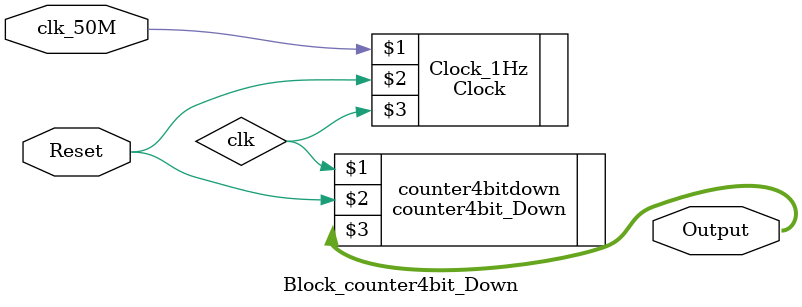
<source format=v>
`timescale 1ns / 1ps
module Block_counter4bit_Down(clk_50M, Reset, Output);
input clk_50M, Reset;
output wire [3:0] Output;
wire clk;
Clock Clock_1Hz(clk_50M, Reset, clk);
counter4bit_Down counter4bitdown (clk, Reset, Output);
endmodule


</source>
